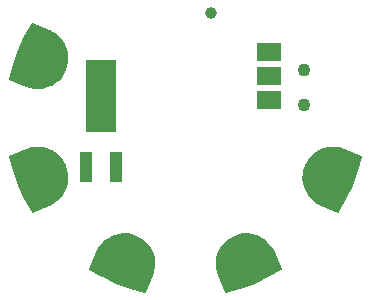
<source format=gbr>
G04 EAGLE Gerber RS-274X export*
G75*
%MOMM*%
%FSLAX34Y34*%
%LPD*%
%INSoldermask Bottom*%
%IPPOS*%
%AMOC8*
5,1,8,0,0,1.08239X$1,22.5*%
G01*
%ADD10C,2.641600*%
%ADD11C,1.001600*%
%ADD12R,2.601600X6.101600*%
%ADD13R,1.101600X2.601600*%
%ADD14R,2.101600X1.601600*%
%ADD15C,1.101600*%

G36*
X-129377Y-80320D02*
X-129377Y-80320D01*
X-129352Y-80322D01*
X-129212Y-80287D01*
X-129181Y-80281D01*
X-129176Y-80278D01*
X-129170Y-80277D01*
X-115090Y-74445D01*
X-115073Y-74434D01*
X-115049Y-74426D01*
X-111809Y-72804D01*
X-111778Y-72781D01*
X-111731Y-72757D01*
X-108754Y-70691D01*
X-108733Y-70670D01*
X-108712Y-70657D01*
X-108705Y-70649D01*
X-108683Y-70634D01*
X-106031Y-68164D01*
X-106008Y-68134D01*
X-105969Y-68098D01*
X-103695Y-65276D01*
X-103677Y-65243D01*
X-103644Y-65202D01*
X-101794Y-62085D01*
X-101781Y-62049D01*
X-101754Y-62004D01*
X-100367Y-58656D01*
X-100359Y-58619D01*
X-100339Y-58570D01*
X-99442Y-55059D01*
X-99440Y-55021D01*
X-99426Y-54970D01*
X-99039Y-51366D01*
X-99042Y-51328D01*
X-99036Y-51276D01*
X-99165Y-47654D01*
X-99173Y-47617D01*
X-99175Y-47564D01*
X-99818Y-43998D01*
X-99831Y-43962D01*
X-99840Y-43910D01*
X-100985Y-40472D01*
X-101003Y-40438D01*
X-101020Y-40388D01*
X-102642Y-37147D01*
X-102665Y-37117D01*
X-102688Y-37069D01*
X-104755Y-34093D01*
X-104782Y-34066D01*
X-104812Y-34022D01*
X-107281Y-31370D01*
X-107312Y-31347D01*
X-107347Y-31308D01*
X-110169Y-29034D01*
X-110203Y-29016D01*
X-110243Y-28982D01*
X-113360Y-27133D01*
X-113396Y-27120D01*
X-113441Y-27093D01*
X-116789Y-25706D01*
X-116826Y-25698D01*
X-116875Y-25677D01*
X-120387Y-24781D01*
X-120425Y-24778D01*
X-120476Y-24765D01*
X-124079Y-24378D01*
X-124117Y-24380D01*
X-124169Y-24374D01*
X-127791Y-24504D01*
X-127828Y-24512D01*
X-127881Y-24513D01*
X-131447Y-25157D01*
X-131483Y-25170D01*
X-131535Y-25179D01*
X-134974Y-26324D01*
X-134991Y-26333D01*
X-135016Y-26340D01*
X-149096Y-32172D01*
X-149117Y-32185D01*
X-149140Y-32192D01*
X-149205Y-32241D01*
X-149264Y-32276D01*
X-149270Y-32283D01*
X-149285Y-32293D01*
X-149300Y-32312D01*
X-149319Y-32327D01*
X-149367Y-32401D01*
X-149374Y-32411D01*
X-149405Y-32450D01*
X-149407Y-32456D01*
X-149420Y-32472D01*
X-149427Y-32496D01*
X-149440Y-32516D01*
X-149458Y-32602D01*
X-149470Y-32641D01*
X-149477Y-32662D01*
X-149477Y-32665D01*
X-149484Y-32687D01*
X-149482Y-32712D01*
X-149487Y-32736D01*
X-149471Y-32878D01*
X-149471Y-32881D01*
X-149471Y-32887D01*
X-149470Y-32887D01*
X-149469Y-32911D01*
X-149467Y-32916D01*
X-149466Y-32922D01*
X-146163Y-45248D01*
X-146153Y-45270D01*
X-146147Y-45300D01*
X-141782Y-57291D01*
X-141770Y-57313D01*
X-141761Y-57343D01*
X-136368Y-68908D01*
X-136354Y-68928D01*
X-136343Y-68957D01*
X-129962Y-80008D01*
X-129947Y-80027D01*
X-129937Y-80049D01*
X-129875Y-80112D01*
X-129818Y-80179D01*
X-129796Y-80191D01*
X-129779Y-80209D01*
X-129699Y-80246D01*
X-129622Y-80289D01*
X-129598Y-80293D01*
X-129576Y-80304D01*
X-129488Y-80311D01*
X-129401Y-80325D01*
X-129377Y-80320D01*
G37*
G36*
X129414Y-80321D02*
X129414Y-80321D01*
X129438Y-80324D01*
X129524Y-80305D01*
X129612Y-80293D01*
X129633Y-80281D01*
X129657Y-80276D01*
X129731Y-80228D01*
X129809Y-80186D01*
X129825Y-80168D01*
X129846Y-80155D01*
X129935Y-80042D01*
X129957Y-80017D01*
X129958Y-80013D01*
X129962Y-80008D01*
X136343Y-68957D01*
X136351Y-68934D01*
X136368Y-68908D01*
X141761Y-57343D01*
X141767Y-57319D01*
X141782Y-57291D01*
X146147Y-45300D01*
X146151Y-45276D01*
X146163Y-45248D01*
X149466Y-32922D01*
X149468Y-32897D01*
X149477Y-32875D01*
X149477Y-32851D01*
X149477Y-32850D01*
X149477Y-32841D01*
X149477Y-32786D01*
X149485Y-32698D01*
X149478Y-32675D01*
X149478Y-32650D01*
X149471Y-32629D01*
X149471Y-32626D01*
X149460Y-32600D01*
X149448Y-32567D01*
X149425Y-32482D01*
X149410Y-32462D01*
X149402Y-32439D01*
X149389Y-32424D01*
X149386Y-32418D01*
X149349Y-32377D01*
X149345Y-32372D01*
X149293Y-32300D01*
X149273Y-32287D01*
X149257Y-32268D01*
X149241Y-32259D01*
X149235Y-32252D01*
X149201Y-32235D01*
X149133Y-32194D01*
X149106Y-32176D01*
X149101Y-32175D01*
X149096Y-32172D01*
X135016Y-26340D01*
X134996Y-26335D01*
X134974Y-26324D01*
X131535Y-25179D01*
X131519Y-25177D01*
X131511Y-25173D01*
X131482Y-25168D01*
X131447Y-25157D01*
X127881Y-24513D01*
X127843Y-24513D01*
X127791Y-24504D01*
X124169Y-24374D01*
X124132Y-24380D01*
X124079Y-24378D01*
X120476Y-24765D01*
X120439Y-24776D01*
X120387Y-24781D01*
X116875Y-25677D01*
X116840Y-25693D01*
X116789Y-25706D01*
X113441Y-27093D01*
X113409Y-27113D01*
X113360Y-27133D01*
X110243Y-28982D01*
X110215Y-29007D01*
X110169Y-29034D01*
X107347Y-31308D01*
X107322Y-31337D01*
X107281Y-31370D01*
X104812Y-34022D01*
X104791Y-34054D01*
X104755Y-34093D01*
X102688Y-37069D01*
X102672Y-37104D01*
X102642Y-37147D01*
X101020Y-40388D01*
X101009Y-40425D01*
X100985Y-40472D01*
X99840Y-43910D01*
X99835Y-43948D01*
X99818Y-43998D01*
X99175Y-47564D01*
X99175Y-47603D01*
X99165Y-47654D01*
X99036Y-51276D01*
X99041Y-51314D01*
X99039Y-51366D01*
X99426Y-54970D01*
X99437Y-55006D01*
X99442Y-55059D01*
X100339Y-58570D01*
X100354Y-58605D01*
X100367Y-58656D01*
X101754Y-62004D01*
X101775Y-62036D01*
X101794Y-62085D01*
X103644Y-65202D01*
X103669Y-65231D01*
X103695Y-65276D01*
X105969Y-68098D01*
X105998Y-68123D01*
X106031Y-68164D01*
X108683Y-70634D01*
X108715Y-70654D01*
X108726Y-70664D01*
X108741Y-70681D01*
X108747Y-70684D01*
X108754Y-70691D01*
X111731Y-72757D01*
X111765Y-72773D01*
X111809Y-72804D01*
X115049Y-74426D01*
X115069Y-74431D01*
X115090Y-74445D01*
X129170Y-80277D01*
X129194Y-80282D01*
X129216Y-80293D01*
X129303Y-80306D01*
X129390Y-80325D01*
X129414Y-80321D01*
G37*
G36*
X-33945Y-148208D02*
X-33945Y-148208D01*
X-33920Y-148208D01*
X-33837Y-148178D01*
X-33752Y-148155D01*
X-33732Y-148140D01*
X-33709Y-148132D01*
X-33642Y-148075D01*
X-33570Y-148023D01*
X-33557Y-148003D01*
X-33538Y-147987D01*
X-33464Y-147863D01*
X-33446Y-147836D01*
X-33445Y-147831D01*
X-33442Y-147826D01*
X-27610Y-133746D01*
X-27605Y-133726D01*
X-27594Y-133704D01*
X-26449Y-130265D01*
X-26444Y-130228D01*
X-26427Y-130177D01*
X-25783Y-126611D01*
X-25783Y-126573D01*
X-25774Y-126521D01*
X-25644Y-122899D01*
X-25650Y-122862D01*
X-25648Y-122809D01*
X-26035Y-119206D01*
X-26046Y-119169D01*
X-26051Y-119117D01*
X-26947Y-115605D01*
X-26963Y-115570D01*
X-26976Y-115519D01*
X-28363Y-112171D01*
X-28383Y-112139D01*
X-28403Y-112090D01*
X-30252Y-108973D01*
X-30277Y-108945D01*
X-30304Y-108899D01*
X-32578Y-106077D01*
X-32607Y-106052D01*
X-32640Y-106011D01*
X-35292Y-103542D01*
X-35324Y-103521D01*
X-35363Y-103485D01*
X-38339Y-101418D01*
X-38374Y-101402D01*
X-38417Y-101372D01*
X-41658Y-99750D01*
X-41695Y-99739D01*
X-41742Y-99715D01*
X-45180Y-98570D01*
X-45218Y-98565D01*
X-45268Y-98548D01*
X-48834Y-97905D01*
X-48873Y-97905D01*
X-48924Y-97895D01*
X-52546Y-97766D01*
X-52584Y-97771D01*
X-52636Y-97769D01*
X-56240Y-98156D01*
X-56276Y-98167D01*
X-56329Y-98172D01*
X-59840Y-99069D01*
X-59875Y-99084D01*
X-59926Y-99097D01*
X-63274Y-100484D01*
X-63306Y-100505D01*
X-63355Y-100524D01*
X-66472Y-102374D01*
X-66501Y-102399D01*
X-66546Y-102425D01*
X-69368Y-104699D01*
X-69393Y-104728D01*
X-69434Y-104761D01*
X-71904Y-107413D01*
X-71924Y-107445D01*
X-71961Y-107484D01*
X-74027Y-110461D01*
X-74037Y-110482D01*
X-74044Y-110491D01*
X-74048Y-110502D01*
X-74074Y-110539D01*
X-75696Y-113779D01*
X-75701Y-113799D01*
X-75715Y-113820D01*
X-81547Y-127900D01*
X-81552Y-127924D01*
X-81563Y-127946D01*
X-81576Y-128033D01*
X-81595Y-128120D01*
X-81591Y-128144D01*
X-81594Y-128168D01*
X-81575Y-128254D01*
X-81563Y-128342D01*
X-81551Y-128363D01*
X-81546Y-128387D01*
X-81498Y-128461D01*
X-81456Y-128539D01*
X-81438Y-128555D01*
X-81425Y-128576D01*
X-81312Y-128665D01*
X-81287Y-128687D01*
X-81283Y-128688D01*
X-81278Y-128692D01*
X-70227Y-135073D01*
X-70204Y-135081D01*
X-70178Y-135098D01*
X-58613Y-140491D01*
X-58589Y-140497D01*
X-58561Y-140512D01*
X-46570Y-144877D01*
X-46546Y-144881D01*
X-46518Y-144893D01*
X-34192Y-148196D01*
X-34167Y-148198D01*
X-34145Y-148207D01*
X-34056Y-148207D01*
X-33968Y-148215D01*
X-33945Y-148208D01*
G37*
G36*
X34148Y-148201D02*
X34148Y-148201D01*
X34181Y-148199D01*
X34186Y-148197D01*
X34192Y-148196D01*
X46518Y-144893D01*
X46540Y-144883D01*
X46570Y-144877D01*
X58561Y-140512D01*
X58583Y-140500D01*
X58613Y-140491D01*
X70178Y-135098D01*
X70198Y-135084D01*
X70227Y-135073D01*
X81278Y-128692D01*
X81297Y-128677D01*
X81319Y-128667D01*
X81382Y-128605D01*
X81449Y-128548D01*
X81461Y-128526D01*
X81479Y-128509D01*
X81516Y-128429D01*
X81559Y-128352D01*
X81563Y-128328D01*
X81574Y-128306D01*
X81581Y-128218D01*
X81595Y-128131D01*
X81590Y-128107D01*
X81592Y-128082D01*
X81557Y-127942D01*
X81551Y-127911D01*
X81548Y-127906D01*
X81547Y-127900D01*
X75715Y-113820D01*
X75704Y-113803D01*
X75696Y-113779D01*
X74074Y-110539D01*
X74051Y-110508D01*
X74027Y-110461D01*
X71961Y-107484D01*
X71934Y-107457D01*
X71904Y-107413D01*
X69434Y-104761D01*
X69404Y-104738D01*
X69368Y-104699D01*
X66546Y-102425D01*
X66513Y-102407D01*
X66472Y-102374D01*
X63355Y-100524D01*
X63319Y-100511D01*
X63274Y-100484D01*
X59926Y-99097D01*
X59889Y-99089D01*
X59840Y-99069D01*
X56329Y-98172D01*
X56291Y-98170D01*
X56240Y-98156D01*
X52636Y-97769D01*
X52598Y-97772D01*
X52546Y-97766D01*
X48924Y-97895D01*
X48887Y-97903D01*
X48834Y-97905D01*
X45268Y-98548D01*
X45232Y-98561D01*
X45180Y-98570D01*
X41742Y-99715D01*
X41708Y-99733D01*
X41658Y-99750D01*
X38417Y-101372D01*
X38387Y-101395D01*
X38339Y-101418D01*
X35363Y-103485D01*
X35336Y-103512D01*
X35292Y-103542D01*
X32640Y-106011D01*
X32617Y-106042D01*
X32578Y-106077D01*
X30304Y-108899D01*
X30286Y-108933D01*
X30252Y-108973D01*
X28403Y-112090D01*
X28390Y-112126D01*
X28363Y-112171D01*
X26976Y-115519D01*
X26968Y-115556D01*
X26947Y-115605D01*
X26051Y-119117D01*
X26048Y-119155D01*
X26035Y-119206D01*
X25648Y-122809D01*
X25650Y-122847D01*
X25644Y-122899D01*
X25774Y-126521D01*
X25782Y-126558D01*
X25783Y-126611D01*
X26427Y-130177D01*
X26440Y-130213D01*
X26449Y-130265D01*
X27594Y-133704D01*
X27603Y-133721D01*
X27610Y-133746D01*
X33442Y-147826D01*
X33455Y-147847D01*
X33462Y-147870D01*
X33515Y-147940D01*
X33563Y-148015D01*
X33582Y-148030D01*
X33597Y-148049D01*
X33671Y-148097D01*
X33742Y-148150D01*
X33766Y-148157D01*
X33786Y-148170D01*
X33872Y-148188D01*
X33957Y-148214D01*
X33982Y-148212D01*
X34006Y-148217D01*
X34148Y-148201D01*
G37*
G36*
X-124132Y24380D02*
X-124132Y24380D01*
X-124079Y24378D01*
X-120476Y24765D01*
X-120439Y24776D01*
X-120387Y24781D01*
X-116875Y25677D01*
X-116840Y25693D01*
X-116789Y25706D01*
X-113441Y27093D01*
X-113409Y27113D01*
X-113360Y27133D01*
X-110243Y28982D01*
X-110215Y29007D01*
X-110169Y29034D01*
X-107347Y31308D01*
X-107322Y31337D01*
X-107281Y31370D01*
X-104812Y34022D01*
X-104791Y34054D01*
X-104755Y34093D01*
X-102688Y37069D01*
X-102672Y37104D01*
X-102642Y37147D01*
X-101020Y40388D01*
X-101009Y40425D01*
X-100985Y40472D01*
X-99840Y43910D01*
X-99835Y43948D01*
X-99818Y43998D01*
X-99175Y47564D01*
X-99175Y47603D01*
X-99165Y47654D01*
X-99036Y51276D01*
X-99041Y51314D01*
X-99039Y51366D01*
X-99426Y54970D01*
X-99437Y55006D01*
X-99442Y55059D01*
X-100339Y58570D01*
X-100354Y58605D01*
X-100367Y58656D01*
X-101754Y62004D01*
X-101775Y62036D01*
X-101794Y62085D01*
X-103644Y65202D01*
X-103669Y65231D01*
X-103695Y65276D01*
X-105969Y68098D01*
X-105998Y68123D01*
X-106031Y68164D01*
X-108683Y70634D01*
X-108715Y70654D01*
X-108754Y70691D01*
X-111731Y72757D01*
X-111765Y72773D01*
X-111809Y72804D01*
X-115049Y74426D01*
X-115069Y74431D01*
X-115090Y74445D01*
X-129170Y80277D01*
X-129194Y80282D01*
X-129216Y80293D01*
X-129303Y80306D01*
X-129390Y80325D01*
X-129414Y80321D01*
X-129438Y80324D01*
X-129524Y80305D01*
X-129612Y80293D01*
X-129633Y80281D01*
X-129657Y80276D01*
X-129731Y80228D01*
X-129809Y80186D01*
X-129825Y80168D01*
X-129846Y80155D01*
X-129935Y80042D01*
X-129957Y80017D01*
X-129958Y80013D01*
X-129962Y80008D01*
X-136343Y68957D01*
X-136351Y68934D01*
X-136368Y68908D01*
X-141761Y57343D01*
X-141767Y57319D01*
X-141782Y57291D01*
X-146147Y45300D01*
X-146151Y45276D01*
X-146163Y45248D01*
X-149466Y32922D01*
X-149468Y32897D01*
X-149477Y32875D01*
X-149477Y32786D01*
X-149485Y32698D01*
X-149478Y32675D01*
X-149478Y32650D01*
X-149448Y32567D01*
X-149425Y32482D01*
X-149410Y32462D01*
X-149402Y32439D01*
X-149345Y32372D01*
X-149293Y32300D01*
X-149273Y32287D01*
X-149257Y32268D01*
X-149133Y32194D01*
X-149106Y32176D01*
X-149101Y32175D01*
X-149096Y32172D01*
X-135016Y26340D01*
X-134996Y26335D01*
X-134974Y26324D01*
X-131535Y25179D01*
X-131498Y25174D01*
X-131447Y25157D01*
X-127881Y24513D01*
X-127843Y24513D01*
X-127791Y24504D01*
X-124169Y24374D01*
X-124132Y24380D01*
G37*
D10*
X-48260Y-115570D03*
X116840Y-46990D03*
X-116840Y-46990D03*
X48260Y-115570D03*
X-116840Y46990D03*
D11*
X22000Y88950D03*
D12*
X-71120Y18430D03*
D13*
X-83820Y-41570D03*
X-58420Y-41570D03*
D14*
X71120Y55880D03*
X71120Y35560D03*
X71120Y15240D03*
D15*
X100330Y40400D03*
X100330Y10400D03*
M02*

</source>
